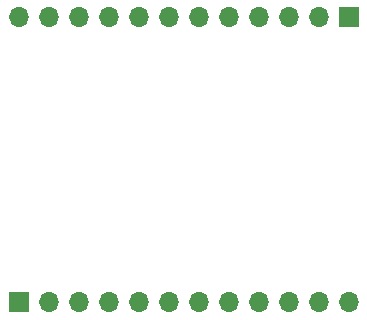
<source format=gbr>
G04 #@! TF.GenerationSoftware,KiCad,Pcbnew,(5.1.2)-2*
G04 #@! TF.CreationDate,2019-09-03T11:35:37+08:00*
G04 #@! TF.ProjectId,adapter,61646170-7465-4722-9e6b-696361645f70,rev?*
G04 #@! TF.SameCoordinates,Original*
G04 #@! TF.FileFunction,Copper,L2,Bot*
G04 #@! TF.FilePolarity,Positive*
%FSLAX46Y46*%
G04 Gerber Fmt 4.6, Leading zero omitted, Abs format (unit mm)*
G04 Created by KiCad (PCBNEW (5.1.2)-2) date 2019-09-03 11:35:37*
%MOMM*%
%LPD*%
G04 APERTURE LIST*
%ADD10R,1.700000X1.700000*%
%ADD11O,1.700000X1.700000*%
G04 APERTURE END LIST*
D10*
X123190000Y-88900000D03*
D11*
X120650000Y-88900000D03*
X118110000Y-88900000D03*
X115570000Y-88900000D03*
X113030000Y-88900000D03*
X110490000Y-88900000D03*
X107950000Y-88900000D03*
X105410000Y-88900000D03*
X102870000Y-88900000D03*
X100330000Y-88900000D03*
X97790000Y-88900000D03*
X95250000Y-88900000D03*
X123190000Y-113030000D03*
X120650000Y-113030000D03*
X118110000Y-113030000D03*
X115570000Y-113030000D03*
X113030000Y-113030000D03*
X110490000Y-113030000D03*
X107950000Y-113030000D03*
X105410000Y-113030000D03*
X102870000Y-113030000D03*
X100330000Y-113030000D03*
X97790000Y-113030000D03*
D10*
X95250000Y-113030000D03*
M02*

</source>
